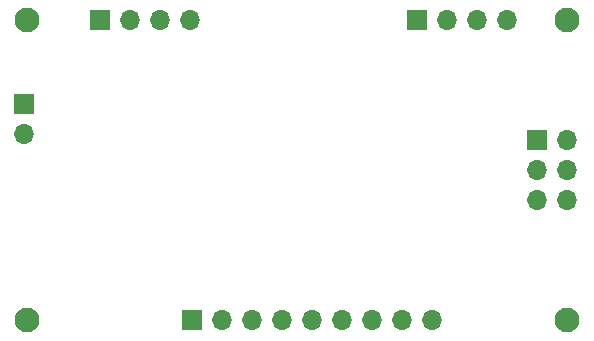
<source format=gbs>
%TF.GenerationSoftware,KiCad,Pcbnew,8.0.8*%
%TF.CreationDate,2025-02-04T21:51:43-04:00*%
%TF.ProjectId,ATMega328P-512K-Datalogger-4L,41544d65-6761-4333-9238-502d3531324b,1*%
%TF.SameCoordinates,Original*%
%TF.FileFunction,Soldermask,Bot*%
%TF.FilePolarity,Negative*%
%FSLAX46Y46*%
G04 Gerber Fmt 4.6, Leading zero omitted, Abs format (unit mm)*
G04 Created by KiCad (PCBNEW 8.0.8) date 2025-02-04 21:51:43*
%MOMM*%
%LPD*%
G01*
G04 APERTURE LIST*
%ADD10C,2.100000*%
%ADD11R,1.700000X1.700000*%
%ADD12O,1.700000X1.700000*%
G04 APERTURE END LIST*
D10*
%TO.C,H4*%
X170942000Y-114770000D03*
%TD*%
%TO.C,H2*%
X170942000Y-89370000D03*
%TD*%
%TO.C,H1*%
X125222000Y-89370000D03*
%TD*%
%TO.C,H3*%
X125222000Y-114770000D03*
%TD*%
D11*
%TO.C,ICSP*%
X168402000Y-99530000D03*
D12*
X170942000Y-99530000D03*
X168402000Y-102070000D03*
X170942000Y-102070000D03*
X168402000Y-104610000D03*
X170942000Y-104610000D03*
%TD*%
D11*
%TO.C,BT1*%
X124968000Y-96438000D03*
D12*
X124968000Y-98978000D03*
%TD*%
D11*
%TO.C,Serial*%
X158242000Y-89370000D03*
D12*
X160782000Y-89370000D03*
X163322000Y-89370000D03*
X165862000Y-89370000D03*
%TD*%
D11*
%TO.C,GPIO*%
X139192000Y-114770000D03*
D12*
X141732000Y-114770000D03*
X144272000Y-114770000D03*
X146812000Y-114770000D03*
X149352000Y-114770000D03*
X151892000Y-114770000D03*
X154432000Y-114770000D03*
X156972000Y-114770000D03*
X159512000Y-114770000D03*
%TD*%
D11*
%TO.C,I2C*%
X131350000Y-89370000D03*
D12*
X133890000Y-89370000D03*
X136430000Y-89370000D03*
X138970000Y-89370000D03*
%TD*%
M02*

</source>
